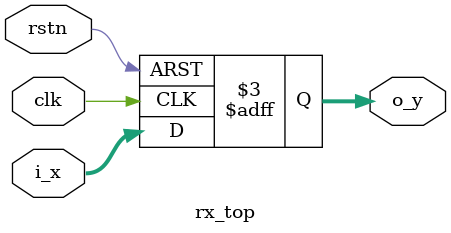
<source format=v>

module rx_top(
  input            clk ,
  input            rstn,

  input      [7:0] i_x ,

  output reg [7:0] o_y
);

  always @(posedge clk, negedge rstn) begin
    if(!rstn)
      o_y <= 0;
    else
      o_y <= i_x;
  end

endmodule

</source>
